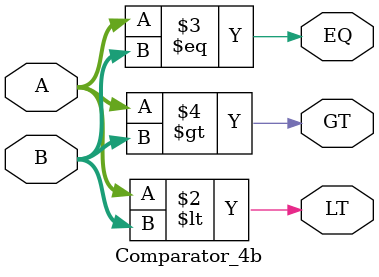
<source format=v>
`timescale 1ns / 1ps

module Comparator_4b(
    input [3:0] A,
    input [3:0] B,
    output reg EQ,
    output reg GT,
    output reg LT
    );
    
    always @(*) begin
        LT = (A < B);
        EQ = (A == B);
        GT = (A > B);
    end
    
endmodule

</source>
